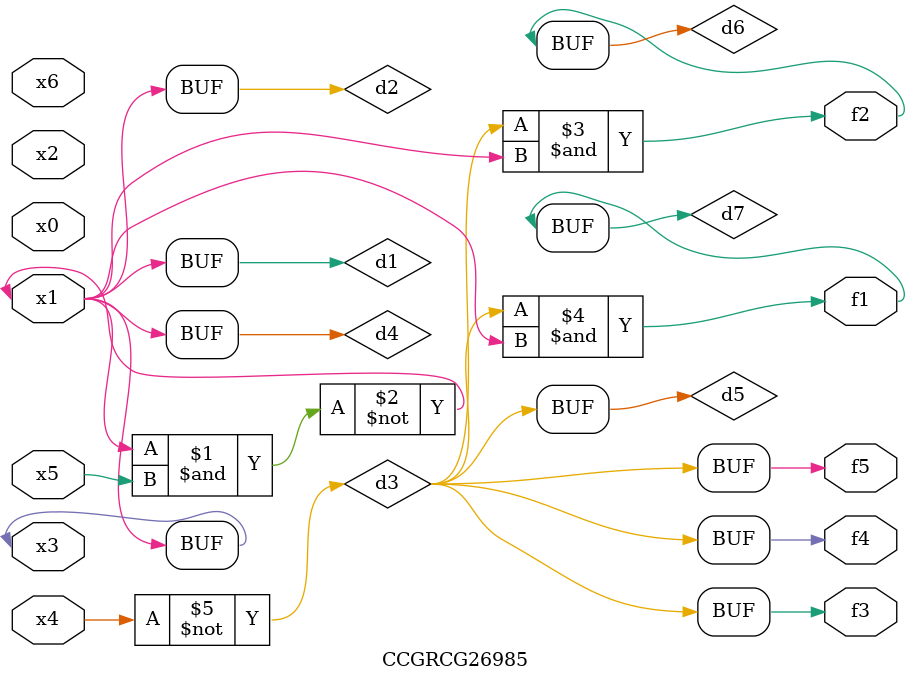
<source format=v>
module CCGRCG26985(
	input x0, x1, x2, x3, x4, x5, x6,
	output f1, f2, f3, f4, f5
);

	wire d1, d2, d3, d4, d5, d6, d7;

	buf (d1, x1, x3);
	nand (d2, x1, x5);
	not (d3, x4);
	buf (d4, d1, d2);
	buf (d5, d3);
	and (d6, d3, d4);
	and (d7, d3, d4);
	assign f1 = d7;
	assign f2 = d6;
	assign f3 = d5;
	assign f4 = d5;
	assign f5 = d5;
endmodule

</source>
